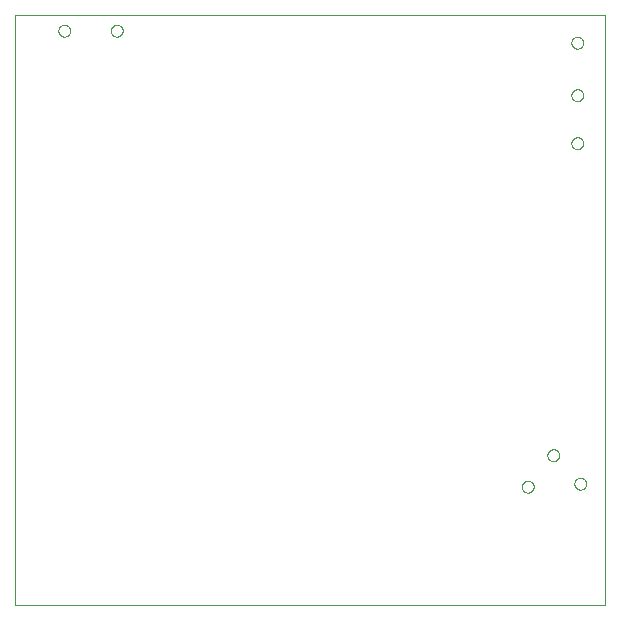
<source format=gbp>
G75*
%MOIN*%
%OFA0B0*%
%FSLAX25Y25*%
%IPPOS*%
%LPD*%
%AMOC8*
5,1,8,0,0,1.08239X$1,22.5*
%
%ADD10C,0.00000*%
D10*
X0005300Y0010249D02*
X0005300Y0207099D01*
X0202150Y0207099D01*
X0202150Y0010249D01*
X0005300Y0010249D01*
X0174331Y0049749D02*
X0174333Y0049837D01*
X0174339Y0049925D01*
X0174349Y0050013D01*
X0174363Y0050101D01*
X0174380Y0050187D01*
X0174402Y0050273D01*
X0174427Y0050357D01*
X0174457Y0050441D01*
X0174489Y0050523D01*
X0174526Y0050603D01*
X0174566Y0050682D01*
X0174610Y0050759D01*
X0174657Y0050834D01*
X0174707Y0050906D01*
X0174761Y0050977D01*
X0174817Y0051044D01*
X0174877Y0051110D01*
X0174939Y0051172D01*
X0175005Y0051232D01*
X0175072Y0051288D01*
X0175143Y0051342D01*
X0175215Y0051392D01*
X0175290Y0051439D01*
X0175367Y0051483D01*
X0175446Y0051523D01*
X0175526Y0051560D01*
X0175608Y0051592D01*
X0175692Y0051622D01*
X0175776Y0051647D01*
X0175862Y0051669D01*
X0175948Y0051686D01*
X0176036Y0051700D01*
X0176124Y0051710D01*
X0176212Y0051716D01*
X0176300Y0051718D01*
X0176388Y0051716D01*
X0176476Y0051710D01*
X0176564Y0051700D01*
X0176652Y0051686D01*
X0176738Y0051669D01*
X0176824Y0051647D01*
X0176908Y0051622D01*
X0176992Y0051592D01*
X0177074Y0051560D01*
X0177154Y0051523D01*
X0177233Y0051483D01*
X0177310Y0051439D01*
X0177385Y0051392D01*
X0177457Y0051342D01*
X0177528Y0051288D01*
X0177595Y0051232D01*
X0177661Y0051172D01*
X0177723Y0051110D01*
X0177783Y0051044D01*
X0177839Y0050977D01*
X0177893Y0050906D01*
X0177943Y0050834D01*
X0177990Y0050759D01*
X0178034Y0050682D01*
X0178074Y0050603D01*
X0178111Y0050523D01*
X0178143Y0050441D01*
X0178173Y0050357D01*
X0178198Y0050273D01*
X0178220Y0050187D01*
X0178237Y0050101D01*
X0178251Y0050013D01*
X0178261Y0049925D01*
X0178267Y0049837D01*
X0178269Y0049749D01*
X0178267Y0049661D01*
X0178261Y0049573D01*
X0178251Y0049485D01*
X0178237Y0049397D01*
X0178220Y0049311D01*
X0178198Y0049225D01*
X0178173Y0049141D01*
X0178143Y0049057D01*
X0178111Y0048975D01*
X0178074Y0048895D01*
X0178034Y0048816D01*
X0177990Y0048739D01*
X0177943Y0048664D01*
X0177893Y0048592D01*
X0177839Y0048521D01*
X0177783Y0048454D01*
X0177723Y0048388D01*
X0177661Y0048326D01*
X0177595Y0048266D01*
X0177528Y0048210D01*
X0177457Y0048156D01*
X0177385Y0048106D01*
X0177310Y0048059D01*
X0177233Y0048015D01*
X0177154Y0047975D01*
X0177074Y0047938D01*
X0176992Y0047906D01*
X0176908Y0047876D01*
X0176824Y0047851D01*
X0176738Y0047829D01*
X0176652Y0047812D01*
X0176564Y0047798D01*
X0176476Y0047788D01*
X0176388Y0047782D01*
X0176300Y0047780D01*
X0176212Y0047782D01*
X0176124Y0047788D01*
X0176036Y0047798D01*
X0175948Y0047812D01*
X0175862Y0047829D01*
X0175776Y0047851D01*
X0175692Y0047876D01*
X0175608Y0047906D01*
X0175526Y0047938D01*
X0175446Y0047975D01*
X0175367Y0048015D01*
X0175290Y0048059D01*
X0175215Y0048106D01*
X0175143Y0048156D01*
X0175072Y0048210D01*
X0175005Y0048266D01*
X0174939Y0048326D01*
X0174877Y0048388D01*
X0174817Y0048454D01*
X0174761Y0048521D01*
X0174707Y0048592D01*
X0174657Y0048664D01*
X0174610Y0048739D01*
X0174566Y0048816D01*
X0174526Y0048895D01*
X0174489Y0048975D01*
X0174457Y0049057D01*
X0174427Y0049141D01*
X0174402Y0049225D01*
X0174380Y0049311D01*
X0174363Y0049397D01*
X0174349Y0049485D01*
X0174339Y0049573D01*
X0174333Y0049661D01*
X0174331Y0049749D01*
X0182831Y0060249D02*
X0182833Y0060337D01*
X0182839Y0060425D01*
X0182849Y0060513D01*
X0182863Y0060601D01*
X0182880Y0060687D01*
X0182902Y0060773D01*
X0182927Y0060857D01*
X0182957Y0060941D01*
X0182989Y0061023D01*
X0183026Y0061103D01*
X0183066Y0061182D01*
X0183110Y0061259D01*
X0183157Y0061334D01*
X0183207Y0061406D01*
X0183261Y0061477D01*
X0183317Y0061544D01*
X0183377Y0061610D01*
X0183439Y0061672D01*
X0183505Y0061732D01*
X0183572Y0061788D01*
X0183643Y0061842D01*
X0183715Y0061892D01*
X0183790Y0061939D01*
X0183867Y0061983D01*
X0183946Y0062023D01*
X0184026Y0062060D01*
X0184108Y0062092D01*
X0184192Y0062122D01*
X0184276Y0062147D01*
X0184362Y0062169D01*
X0184448Y0062186D01*
X0184536Y0062200D01*
X0184624Y0062210D01*
X0184712Y0062216D01*
X0184800Y0062218D01*
X0184888Y0062216D01*
X0184976Y0062210D01*
X0185064Y0062200D01*
X0185152Y0062186D01*
X0185238Y0062169D01*
X0185324Y0062147D01*
X0185408Y0062122D01*
X0185492Y0062092D01*
X0185574Y0062060D01*
X0185654Y0062023D01*
X0185733Y0061983D01*
X0185810Y0061939D01*
X0185885Y0061892D01*
X0185957Y0061842D01*
X0186028Y0061788D01*
X0186095Y0061732D01*
X0186161Y0061672D01*
X0186223Y0061610D01*
X0186283Y0061544D01*
X0186339Y0061477D01*
X0186393Y0061406D01*
X0186443Y0061334D01*
X0186490Y0061259D01*
X0186534Y0061182D01*
X0186574Y0061103D01*
X0186611Y0061023D01*
X0186643Y0060941D01*
X0186673Y0060857D01*
X0186698Y0060773D01*
X0186720Y0060687D01*
X0186737Y0060601D01*
X0186751Y0060513D01*
X0186761Y0060425D01*
X0186767Y0060337D01*
X0186769Y0060249D01*
X0186767Y0060161D01*
X0186761Y0060073D01*
X0186751Y0059985D01*
X0186737Y0059897D01*
X0186720Y0059811D01*
X0186698Y0059725D01*
X0186673Y0059641D01*
X0186643Y0059557D01*
X0186611Y0059475D01*
X0186574Y0059395D01*
X0186534Y0059316D01*
X0186490Y0059239D01*
X0186443Y0059164D01*
X0186393Y0059092D01*
X0186339Y0059021D01*
X0186283Y0058954D01*
X0186223Y0058888D01*
X0186161Y0058826D01*
X0186095Y0058766D01*
X0186028Y0058710D01*
X0185957Y0058656D01*
X0185885Y0058606D01*
X0185810Y0058559D01*
X0185733Y0058515D01*
X0185654Y0058475D01*
X0185574Y0058438D01*
X0185492Y0058406D01*
X0185408Y0058376D01*
X0185324Y0058351D01*
X0185238Y0058329D01*
X0185152Y0058312D01*
X0185064Y0058298D01*
X0184976Y0058288D01*
X0184888Y0058282D01*
X0184800Y0058280D01*
X0184712Y0058282D01*
X0184624Y0058288D01*
X0184536Y0058298D01*
X0184448Y0058312D01*
X0184362Y0058329D01*
X0184276Y0058351D01*
X0184192Y0058376D01*
X0184108Y0058406D01*
X0184026Y0058438D01*
X0183946Y0058475D01*
X0183867Y0058515D01*
X0183790Y0058559D01*
X0183715Y0058606D01*
X0183643Y0058656D01*
X0183572Y0058710D01*
X0183505Y0058766D01*
X0183439Y0058826D01*
X0183377Y0058888D01*
X0183317Y0058954D01*
X0183261Y0059021D01*
X0183207Y0059092D01*
X0183157Y0059164D01*
X0183110Y0059239D01*
X0183066Y0059316D01*
X0183026Y0059395D01*
X0182989Y0059475D01*
X0182957Y0059557D01*
X0182927Y0059641D01*
X0182902Y0059725D01*
X0182880Y0059811D01*
X0182863Y0059897D01*
X0182849Y0059985D01*
X0182839Y0060073D01*
X0182833Y0060161D01*
X0182831Y0060249D01*
X0191831Y0050749D02*
X0191833Y0050837D01*
X0191839Y0050925D01*
X0191849Y0051013D01*
X0191863Y0051101D01*
X0191880Y0051187D01*
X0191902Y0051273D01*
X0191927Y0051357D01*
X0191957Y0051441D01*
X0191989Y0051523D01*
X0192026Y0051603D01*
X0192066Y0051682D01*
X0192110Y0051759D01*
X0192157Y0051834D01*
X0192207Y0051906D01*
X0192261Y0051977D01*
X0192317Y0052044D01*
X0192377Y0052110D01*
X0192439Y0052172D01*
X0192505Y0052232D01*
X0192572Y0052288D01*
X0192643Y0052342D01*
X0192715Y0052392D01*
X0192790Y0052439D01*
X0192867Y0052483D01*
X0192946Y0052523D01*
X0193026Y0052560D01*
X0193108Y0052592D01*
X0193192Y0052622D01*
X0193276Y0052647D01*
X0193362Y0052669D01*
X0193448Y0052686D01*
X0193536Y0052700D01*
X0193624Y0052710D01*
X0193712Y0052716D01*
X0193800Y0052718D01*
X0193888Y0052716D01*
X0193976Y0052710D01*
X0194064Y0052700D01*
X0194152Y0052686D01*
X0194238Y0052669D01*
X0194324Y0052647D01*
X0194408Y0052622D01*
X0194492Y0052592D01*
X0194574Y0052560D01*
X0194654Y0052523D01*
X0194733Y0052483D01*
X0194810Y0052439D01*
X0194885Y0052392D01*
X0194957Y0052342D01*
X0195028Y0052288D01*
X0195095Y0052232D01*
X0195161Y0052172D01*
X0195223Y0052110D01*
X0195283Y0052044D01*
X0195339Y0051977D01*
X0195393Y0051906D01*
X0195443Y0051834D01*
X0195490Y0051759D01*
X0195534Y0051682D01*
X0195574Y0051603D01*
X0195611Y0051523D01*
X0195643Y0051441D01*
X0195673Y0051357D01*
X0195698Y0051273D01*
X0195720Y0051187D01*
X0195737Y0051101D01*
X0195751Y0051013D01*
X0195761Y0050925D01*
X0195767Y0050837D01*
X0195769Y0050749D01*
X0195767Y0050661D01*
X0195761Y0050573D01*
X0195751Y0050485D01*
X0195737Y0050397D01*
X0195720Y0050311D01*
X0195698Y0050225D01*
X0195673Y0050141D01*
X0195643Y0050057D01*
X0195611Y0049975D01*
X0195574Y0049895D01*
X0195534Y0049816D01*
X0195490Y0049739D01*
X0195443Y0049664D01*
X0195393Y0049592D01*
X0195339Y0049521D01*
X0195283Y0049454D01*
X0195223Y0049388D01*
X0195161Y0049326D01*
X0195095Y0049266D01*
X0195028Y0049210D01*
X0194957Y0049156D01*
X0194885Y0049106D01*
X0194810Y0049059D01*
X0194733Y0049015D01*
X0194654Y0048975D01*
X0194574Y0048938D01*
X0194492Y0048906D01*
X0194408Y0048876D01*
X0194324Y0048851D01*
X0194238Y0048829D01*
X0194152Y0048812D01*
X0194064Y0048798D01*
X0193976Y0048788D01*
X0193888Y0048782D01*
X0193800Y0048780D01*
X0193712Y0048782D01*
X0193624Y0048788D01*
X0193536Y0048798D01*
X0193448Y0048812D01*
X0193362Y0048829D01*
X0193276Y0048851D01*
X0193192Y0048876D01*
X0193108Y0048906D01*
X0193026Y0048938D01*
X0192946Y0048975D01*
X0192867Y0049015D01*
X0192790Y0049059D01*
X0192715Y0049106D01*
X0192643Y0049156D01*
X0192572Y0049210D01*
X0192505Y0049266D01*
X0192439Y0049326D01*
X0192377Y0049388D01*
X0192317Y0049454D01*
X0192261Y0049521D01*
X0192207Y0049592D01*
X0192157Y0049664D01*
X0192110Y0049739D01*
X0192066Y0049816D01*
X0192026Y0049895D01*
X0191989Y0049975D01*
X0191957Y0050057D01*
X0191927Y0050141D01*
X0191902Y0050225D01*
X0191880Y0050311D01*
X0191863Y0050397D01*
X0191849Y0050485D01*
X0191839Y0050573D01*
X0191833Y0050661D01*
X0191831Y0050749D01*
X0190831Y0164249D02*
X0190833Y0164337D01*
X0190839Y0164425D01*
X0190849Y0164513D01*
X0190863Y0164601D01*
X0190880Y0164687D01*
X0190902Y0164773D01*
X0190927Y0164857D01*
X0190957Y0164941D01*
X0190989Y0165023D01*
X0191026Y0165103D01*
X0191066Y0165182D01*
X0191110Y0165259D01*
X0191157Y0165334D01*
X0191207Y0165406D01*
X0191261Y0165477D01*
X0191317Y0165544D01*
X0191377Y0165610D01*
X0191439Y0165672D01*
X0191505Y0165732D01*
X0191572Y0165788D01*
X0191643Y0165842D01*
X0191715Y0165892D01*
X0191790Y0165939D01*
X0191867Y0165983D01*
X0191946Y0166023D01*
X0192026Y0166060D01*
X0192108Y0166092D01*
X0192192Y0166122D01*
X0192276Y0166147D01*
X0192362Y0166169D01*
X0192448Y0166186D01*
X0192536Y0166200D01*
X0192624Y0166210D01*
X0192712Y0166216D01*
X0192800Y0166218D01*
X0192888Y0166216D01*
X0192976Y0166210D01*
X0193064Y0166200D01*
X0193152Y0166186D01*
X0193238Y0166169D01*
X0193324Y0166147D01*
X0193408Y0166122D01*
X0193492Y0166092D01*
X0193574Y0166060D01*
X0193654Y0166023D01*
X0193733Y0165983D01*
X0193810Y0165939D01*
X0193885Y0165892D01*
X0193957Y0165842D01*
X0194028Y0165788D01*
X0194095Y0165732D01*
X0194161Y0165672D01*
X0194223Y0165610D01*
X0194283Y0165544D01*
X0194339Y0165477D01*
X0194393Y0165406D01*
X0194443Y0165334D01*
X0194490Y0165259D01*
X0194534Y0165182D01*
X0194574Y0165103D01*
X0194611Y0165023D01*
X0194643Y0164941D01*
X0194673Y0164857D01*
X0194698Y0164773D01*
X0194720Y0164687D01*
X0194737Y0164601D01*
X0194751Y0164513D01*
X0194761Y0164425D01*
X0194767Y0164337D01*
X0194769Y0164249D01*
X0194767Y0164161D01*
X0194761Y0164073D01*
X0194751Y0163985D01*
X0194737Y0163897D01*
X0194720Y0163811D01*
X0194698Y0163725D01*
X0194673Y0163641D01*
X0194643Y0163557D01*
X0194611Y0163475D01*
X0194574Y0163395D01*
X0194534Y0163316D01*
X0194490Y0163239D01*
X0194443Y0163164D01*
X0194393Y0163092D01*
X0194339Y0163021D01*
X0194283Y0162954D01*
X0194223Y0162888D01*
X0194161Y0162826D01*
X0194095Y0162766D01*
X0194028Y0162710D01*
X0193957Y0162656D01*
X0193885Y0162606D01*
X0193810Y0162559D01*
X0193733Y0162515D01*
X0193654Y0162475D01*
X0193574Y0162438D01*
X0193492Y0162406D01*
X0193408Y0162376D01*
X0193324Y0162351D01*
X0193238Y0162329D01*
X0193152Y0162312D01*
X0193064Y0162298D01*
X0192976Y0162288D01*
X0192888Y0162282D01*
X0192800Y0162280D01*
X0192712Y0162282D01*
X0192624Y0162288D01*
X0192536Y0162298D01*
X0192448Y0162312D01*
X0192362Y0162329D01*
X0192276Y0162351D01*
X0192192Y0162376D01*
X0192108Y0162406D01*
X0192026Y0162438D01*
X0191946Y0162475D01*
X0191867Y0162515D01*
X0191790Y0162559D01*
X0191715Y0162606D01*
X0191643Y0162656D01*
X0191572Y0162710D01*
X0191505Y0162766D01*
X0191439Y0162826D01*
X0191377Y0162888D01*
X0191317Y0162954D01*
X0191261Y0163021D01*
X0191207Y0163092D01*
X0191157Y0163164D01*
X0191110Y0163239D01*
X0191066Y0163316D01*
X0191026Y0163395D01*
X0190989Y0163475D01*
X0190957Y0163557D01*
X0190927Y0163641D01*
X0190902Y0163725D01*
X0190880Y0163811D01*
X0190863Y0163897D01*
X0190849Y0163985D01*
X0190839Y0164073D01*
X0190833Y0164161D01*
X0190831Y0164249D01*
X0190831Y0180249D02*
X0190833Y0180337D01*
X0190839Y0180425D01*
X0190849Y0180513D01*
X0190863Y0180601D01*
X0190880Y0180687D01*
X0190902Y0180773D01*
X0190927Y0180857D01*
X0190957Y0180941D01*
X0190989Y0181023D01*
X0191026Y0181103D01*
X0191066Y0181182D01*
X0191110Y0181259D01*
X0191157Y0181334D01*
X0191207Y0181406D01*
X0191261Y0181477D01*
X0191317Y0181544D01*
X0191377Y0181610D01*
X0191439Y0181672D01*
X0191505Y0181732D01*
X0191572Y0181788D01*
X0191643Y0181842D01*
X0191715Y0181892D01*
X0191790Y0181939D01*
X0191867Y0181983D01*
X0191946Y0182023D01*
X0192026Y0182060D01*
X0192108Y0182092D01*
X0192192Y0182122D01*
X0192276Y0182147D01*
X0192362Y0182169D01*
X0192448Y0182186D01*
X0192536Y0182200D01*
X0192624Y0182210D01*
X0192712Y0182216D01*
X0192800Y0182218D01*
X0192888Y0182216D01*
X0192976Y0182210D01*
X0193064Y0182200D01*
X0193152Y0182186D01*
X0193238Y0182169D01*
X0193324Y0182147D01*
X0193408Y0182122D01*
X0193492Y0182092D01*
X0193574Y0182060D01*
X0193654Y0182023D01*
X0193733Y0181983D01*
X0193810Y0181939D01*
X0193885Y0181892D01*
X0193957Y0181842D01*
X0194028Y0181788D01*
X0194095Y0181732D01*
X0194161Y0181672D01*
X0194223Y0181610D01*
X0194283Y0181544D01*
X0194339Y0181477D01*
X0194393Y0181406D01*
X0194443Y0181334D01*
X0194490Y0181259D01*
X0194534Y0181182D01*
X0194574Y0181103D01*
X0194611Y0181023D01*
X0194643Y0180941D01*
X0194673Y0180857D01*
X0194698Y0180773D01*
X0194720Y0180687D01*
X0194737Y0180601D01*
X0194751Y0180513D01*
X0194761Y0180425D01*
X0194767Y0180337D01*
X0194769Y0180249D01*
X0194767Y0180161D01*
X0194761Y0180073D01*
X0194751Y0179985D01*
X0194737Y0179897D01*
X0194720Y0179811D01*
X0194698Y0179725D01*
X0194673Y0179641D01*
X0194643Y0179557D01*
X0194611Y0179475D01*
X0194574Y0179395D01*
X0194534Y0179316D01*
X0194490Y0179239D01*
X0194443Y0179164D01*
X0194393Y0179092D01*
X0194339Y0179021D01*
X0194283Y0178954D01*
X0194223Y0178888D01*
X0194161Y0178826D01*
X0194095Y0178766D01*
X0194028Y0178710D01*
X0193957Y0178656D01*
X0193885Y0178606D01*
X0193810Y0178559D01*
X0193733Y0178515D01*
X0193654Y0178475D01*
X0193574Y0178438D01*
X0193492Y0178406D01*
X0193408Y0178376D01*
X0193324Y0178351D01*
X0193238Y0178329D01*
X0193152Y0178312D01*
X0193064Y0178298D01*
X0192976Y0178288D01*
X0192888Y0178282D01*
X0192800Y0178280D01*
X0192712Y0178282D01*
X0192624Y0178288D01*
X0192536Y0178298D01*
X0192448Y0178312D01*
X0192362Y0178329D01*
X0192276Y0178351D01*
X0192192Y0178376D01*
X0192108Y0178406D01*
X0192026Y0178438D01*
X0191946Y0178475D01*
X0191867Y0178515D01*
X0191790Y0178559D01*
X0191715Y0178606D01*
X0191643Y0178656D01*
X0191572Y0178710D01*
X0191505Y0178766D01*
X0191439Y0178826D01*
X0191377Y0178888D01*
X0191317Y0178954D01*
X0191261Y0179021D01*
X0191207Y0179092D01*
X0191157Y0179164D01*
X0191110Y0179239D01*
X0191066Y0179316D01*
X0191026Y0179395D01*
X0190989Y0179475D01*
X0190957Y0179557D01*
X0190927Y0179641D01*
X0190902Y0179725D01*
X0190880Y0179811D01*
X0190863Y0179897D01*
X0190849Y0179985D01*
X0190839Y0180073D01*
X0190833Y0180161D01*
X0190831Y0180249D01*
X0190831Y0197749D02*
X0190833Y0197837D01*
X0190839Y0197925D01*
X0190849Y0198013D01*
X0190863Y0198101D01*
X0190880Y0198187D01*
X0190902Y0198273D01*
X0190927Y0198357D01*
X0190957Y0198441D01*
X0190989Y0198523D01*
X0191026Y0198603D01*
X0191066Y0198682D01*
X0191110Y0198759D01*
X0191157Y0198834D01*
X0191207Y0198906D01*
X0191261Y0198977D01*
X0191317Y0199044D01*
X0191377Y0199110D01*
X0191439Y0199172D01*
X0191505Y0199232D01*
X0191572Y0199288D01*
X0191643Y0199342D01*
X0191715Y0199392D01*
X0191790Y0199439D01*
X0191867Y0199483D01*
X0191946Y0199523D01*
X0192026Y0199560D01*
X0192108Y0199592D01*
X0192192Y0199622D01*
X0192276Y0199647D01*
X0192362Y0199669D01*
X0192448Y0199686D01*
X0192536Y0199700D01*
X0192624Y0199710D01*
X0192712Y0199716D01*
X0192800Y0199718D01*
X0192888Y0199716D01*
X0192976Y0199710D01*
X0193064Y0199700D01*
X0193152Y0199686D01*
X0193238Y0199669D01*
X0193324Y0199647D01*
X0193408Y0199622D01*
X0193492Y0199592D01*
X0193574Y0199560D01*
X0193654Y0199523D01*
X0193733Y0199483D01*
X0193810Y0199439D01*
X0193885Y0199392D01*
X0193957Y0199342D01*
X0194028Y0199288D01*
X0194095Y0199232D01*
X0194161Y0199172D01*
X0194223Y0199110D01*
X0194283Y0199044D01*
X0194339Y0198977D01*
X0194393Y0198906D01*
X0194443Y0198834D01*
X0194490Y0198759D01*
X0194534Y0198682D01*
X0194574Y0198603D01*
X0194611Y0198523D01*
X0194643Y0198441D01*
X0194673Y0198357D01*
X0194698Y0198273D01*
X0194720Y0198187D01*
X0194737Y0198101D01*
X0194751Y0198013D01*
X0194761Y0197925D01*
X0194767Y0197837D01*
X0194769Y0197749D01*
X0194767Y0197661D01*
X0194761Y0197573D01*
X0194751Y0197485D01*
X0194737Y0197397D01*
X0194720Y0197311D01*
X0194698Y0197225D01*
X0194673Y0197141D01*
X0194643Y0197057D01*
X0194611Y0196975D01*
X0194574Y0196895D01*
X0194534Y0196816D01*
X0194490Y0196739D01*
X0194443Y0196664D01*
X0194393Y0196592D01*
X0194339Y0196521D01*
X0194283Y0196454D01*
X0194223Y0196388D01*
X0194161Y0196326D01*
X0194095Y0196266D01*
X0194028Y0196210D01*
X0193957Y0196156D01*
X0193885Y0196106D01*
X0193810Y0196059D01*
X0193733Y0196015D01*
X0193654Y0195975D01*
X0193574Y0195938D01*
X0193492Y0195906D01*
X0193408Y0195876D01*
X0193324Y0195851D01*
X0193238Y0195829D01*
X0193152Y0195812D01*
X0193064Y0195798D01*
X0192976Y0195788D01*
X0192888Y0195782D01*
X0192800Y0195780D01*
X0192712Y0195782D01*
X0192624Y0195788D01*
X0192536Y0195798D01*
X0192448Y0195812D01*
X0192362Y0195829D01*
X0192276Y0195851D01*
X0192192Y0195876D01*
X0192108Y0195906D01*
X0192026Y0195938D01*
X0191946Y0195975D01*
X0191867Y0196015D01*
X0191790Y0196059D01*
X0191715Y0196106D01*
X0191643Y0196156D01*
X0191572Y0196210D01*
X0191505Y0196266D01*
X0191439Y0196326D01*
X0191377Y0196388D01*
X0191317Y0196454D01*
X0191261Y0196521D01*
X0191207Y0196592D01*
X0191157Y0196664D01*
X0191110Y0196739D01*
X0191066Y0196816D01*
X0191026Y0196895D01*
X0190989Y0196975D01*
X0190957Y0197057D01*
X0190927Y0197141D01*
X0190902Y0197225D01*
X0190880Y0197311D01*
X0190863Y0197397D01*
X0190849Y0197485D01*
X0190839Y0197573D01*
X0190833Y0197661D01*
X0190831Y0197749D01*
X0037331Y0201749D02*
X0037333Y0201837D01*
X0037339Y0201925D01*
X0037349Y0202013D01*
X0037363Y0202101D01*
X0037380Y0202187D01*
X0037402Y0202273D01*
X0037427Y0202357D01*
X0037457Y0202441D01*
X0037489Y0202523D01*
X0037526Y0202603D01*
X0037566Y0202682D01*
X0037610Y0202759D01*
X0037657Y0202834D01*
X0037707Y0202906D01*
X0037761Y0202977D01*
X0037817Y0203044D01*
X0037877Y0203110D01*
X0037939Y0203172D01*
X0038005Y0203232D01*
X0038072Y0203288D01*
X0038143Y0203342D01*
X0038215Y0203392D01*
X0038290Y0203439D01*
X0038367Y0203483D01*
X0038446Y0203523D01*
X0038526Y0203560D01*
X0038608Y0203592D01*
X0038692Y0203622D01*
X0038776Y0203647D01*
X0038862Y0203669D01*
X0038948Y0203686D01*
X0039036Y0203700D01*
X0039124Y0203710D01*
X0039212Y0203716D01*
X0039300Y0203718D01*
X0039388Y0203716D01*
X0039476Y0203710D01*
X0039564Y0203700D01*
X0039652Y0203686D01*
X0039738Y0203669D01*
X0039824Y0203647D01*
X0039908Y0203622D01*
X0039992Y0203592D01*
X0040074Y0203560D01*
X0040154Y0203523D01*
X0040233Y0203483D01*
X0040310Y0203439D01*
X0040385Y0203392D01*
X0040457Y0203342D01*
X0040528Y0203288D01*
X0040595Y0203232D01*
X0040661Y0203172D01*
X0040723Y0203110D01*
X0040783Y0203044D01*
X0040839Y0202977D01*
X0040893Y0202906D01*
X0040943Y0202834D01*
X0040990Y0202759D01*
X0041034Y0202682D01*
X0041074Y0202603D01*
X0041111Y0202523D01*
X0041143Y0202441D01*
X0041173Y0202357D01*
X0041198Y0202273D01*
X0041220Y0202187D01*
X0041237Y0202101D01*
X0041251Y0202013D01*
X0041261Y0201925D01*
X0041267Y0201837D01*
X0041269Y0201749D01*
X0041267Y0201661D01*
X0041261Y0201573D01*
X0041251Y0201485D01*
X0041237Y0201397D01*
X0041220Y0201311D01*
X0041198Y0201225D01*
X0041173Y0201141D01*
X0041143Y0201057D01*
X0041111Y0200975D01*
X0041074Y0200895D01*
X0041034Y0200816D01*
X0040990Y0200739D01*
X0040943Y0200664D01*
X0040893Y0200592D01*
X0040839Y0200521D01*
X0040783Y0200454D01*
X0040723Y0200388D01*
X0040661Y0200326D01*
X0040595Y0200266D01*
X0040528Y0200210D01*
X0040457Y0200156D01*
X0040385Y0200106D01*
X0040310Y0200059D01*
X0040233Y0200015D01*
X0040154Y0199975D01*
X0040074Y0199938D01*
X0039992Y0199906D01*
X0039908Y0199876D01*
X0039824Y0199851D01*
X0039738Y0199829D01*
X0039652Y0199812D01*
X0039564Y0199798D01*
X0039476Y0199788D01*
X0039388Y0199782D01*
X0039300Y0199780D01*
X0039212Y0199782D01*
X0039124Y0199788D01*
X0039036Y0199798D01*
X0038948Y0199812D01*
X0038862Y0199829D01*
X0038776Y0199851D01*
X0038692Y0199876D01*
X0038608Y0199906D01*
X0038526Y0199938D01*
X0038446Y0199975D01*
X0038367Y0200015D01*
X0038290Y0200059D01*
X0038215Y0200106D01*
X0038143Y0200156D01*
X0038072Y0200210D01*
X0038005Y0200266D01*
X0037939Y0200326D01*
X0037877Y0200388D01*
X0037817Y0200454D01*
X0037761Y0200521D01*
X0037707Y0200592D01*
X0037657Y0200664D01*
X0037610Y0200739D01*
X0037566Y0200816D01*
X0037526Y0200895D01*
X0037489Y0200975D01*
X0037457Y0201057D01*
X0037427Y0201141D01*
X0037402Y0201225D01*
X0037380Y0201311D01*
X0037363Y0201397D01*
X0037349Y0201485D01*
X0037339Y0201573D01*
X0037333Y0201661D01*
X0037331Y0201749D01*
X0019831Y0201749D02*
X0019833Y0201837D01*
X0019839Y0201925D01*
X0019849Y0202013D01*
X0019863Y0202101D01*
X0019880Y0202187D01*
X0019902Y0202273D01*
X0019927Y0202357D01*
X0019957Y0202441D01*
X0019989Y0202523D01*
X0020026Y0202603D01*
X0020066Y0202682D01*
X0020110Y0202759D01*
X0020157Y0202834D01*
X0020207Y0202906D01*
X0020261Y0202977D01*
X0020317Y0203044D01*
X0020377Y0203110D01*
X0020439Y0203172D01*
X0020505Y0203232D01*
X0020572Y0203288D01*
X0020643Y0203342D01*
X0020715Y0203392D01*
X0020790Y0203439D01*
X0020867Y0203483D01*
X0020946Y0203523D01*
X0021026Y0203560D01*
X0021108Y0203592D01*
X0021192Y0203622D01*
X0021276Y0203647D01*
X0021362Y0203669D01*
X0021448Y0203686D01*
X0021536Y0203700D01*
X0021624Y0203710D01*
X0021712Y0203716D01*
X0021800Y0203718D01*
X0021888Y0203716D01*
X0021976Y0203710D01*
X0022064Y0203700D01*
X0022152Y0203686D01*
X0022238Y0203669D01*
X0022324Y0203647D01*
X0022408Y0203622D01*
X0022492Y0203592D01*
X0022574Y0203560D01*
X0022654Y0203523D01*
X0022733Y0203483D01*
X0022810Y0203439D01*
X0022885Y0203392D01*
X0022957Y0203342D01*
X0023028Y0203288D01*
X0023095Y0203232D01*
X0023161Y0203172D01*
X0023223Y0203110D01*
X0023283Y0203044D01*
X0023339Y0202977D01*
X0023393Y0202906D01*
X0023443Y0202834D01*
X0023490Y0202759D01*
X0023534Y0202682D01*
X0023574Y0202603D01*
X0023611Y0202523D01*
X0023643Y0202441D01*
X0023673Y0202357D01*
X0023698Y0202273D01*
X0023720Y0202187D01*
X0023737Y0202101D01*
X0023751Y0202013D01*
X0023761Y0201925D01*
X0023767Y0201837D01*
X0023769Y0201749D01*
X0023767Y0201661D01*
X0023761Y0201573D01*
X0023751Y0201485D01*
X0023737Y0201397D01*
X0023720Y0201311D01*
X0023698Y0201225D01*
X0023673Y0201141D01*
X0023643Y0201057D01*
X0023611Y0200975D01*
X0023574Y0200895D01*
X0023534Y0200816D01*
X0023490Y0200739D01*
X0023443Y0200664D01*
X0023393Y0200592D01*
X0023339Y0200521D01*
X0023283Y0200454D01*
X0023223Y0200388D01*
X0023161Y0200326D01*
X0023095Y0200266D01*
X0023028Y0200210D01*
X0022957Y0200156D01*
X0022885Y0200106D01*
X0022810Y0200059D01*
X0022733Y0200015D01*
X0022654Y0199975D01*
X0022574Y0199938D01*
X0022492Y0199906D01*
X0022408Y0199876D01*
X0022324Y0199851D01*
X0022238Y0199829D01*
X0022152Y0199812D01*
X0022064Y0199798D01*
X0021976Y0199788D01*
X0021888Y0199782D01*
X0021800Y0199780D01*
X0021712Y0199782D01*
X0021624Y0199788D01*
X0021536Y0199798D01*
X0021448Y0199812D01*
X0021362Y0199829D01*
X0021276Y0199851D01*
X0021192Y0199876D01*
X0021108Y0199906D01*
X0021026Y0199938D01*
X0020946Y0199975D01*
X0020867Y0200015D01*
X0020790Y0200059D01*
X0020715Y0200106D01*
X0020643Y0200156D01*
X0020572Y0200210D01*
X0020505Y0200266D01*
X0020439Y0200326D01*
X0020377Y0200388D01*
X0020317Y0200454D01*
X0020261Y0200521D01*
X0020207Y0200592D01*
X0020157Y0200664D01*
X0020110Y0200739D01*
X0020066Y0200816D01*
X0020026Y0200895D01*
X0019989Y0200975D01*
X0019957Y0201057D01*
X0019927Y0201141D01*
X0019902Y0201225D01*
X0019880Y0201311D01*
X0019863Y0201397D01*
X0019849Y0201485D01*
X0019839Y0201573D01*
X0019833Y0201661D01*
X0019831Y0201749D01*
M02*

</source>
